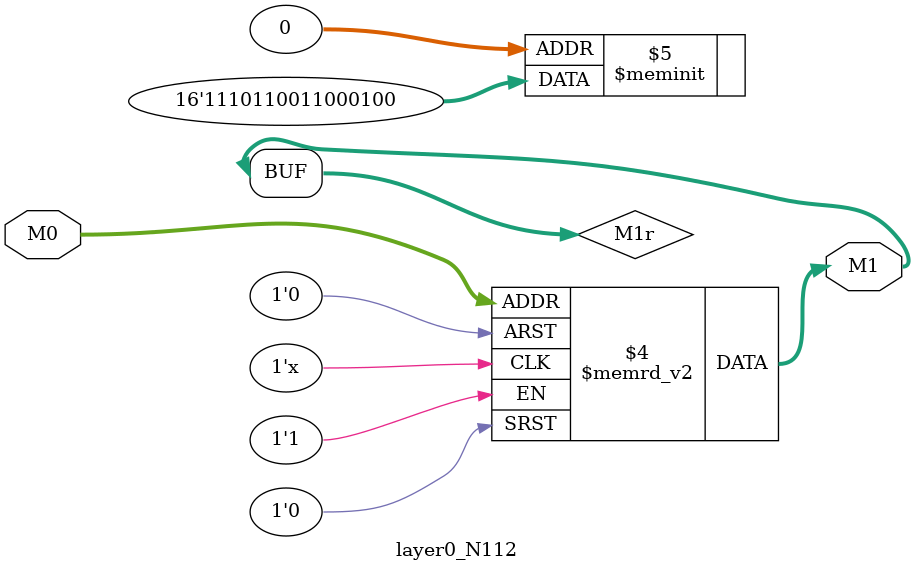
<source format=v>
module layer0_N112 ( input [2:0] M0, output [1:0] M1 );

	(*rom_style = "distributed" *) reg [1:0] M1r;
	assign M1 = M1r;
	always @ (M0) begin
		case (M0)
			3'b000: M1r = 2'b00;
			3'b100: M1r = 2'b00;
			3'b010: M1r = 2'b00;
			3'b110: M1r = 2'b10;
			3'b001: M1r = 2'b01;
			3'b101: M1r = 2'b11;
			3'b011: M1r = 2'b11;
			3'b111: M1r = 2'b11;

		endcase
	end
endmodule

</source>
